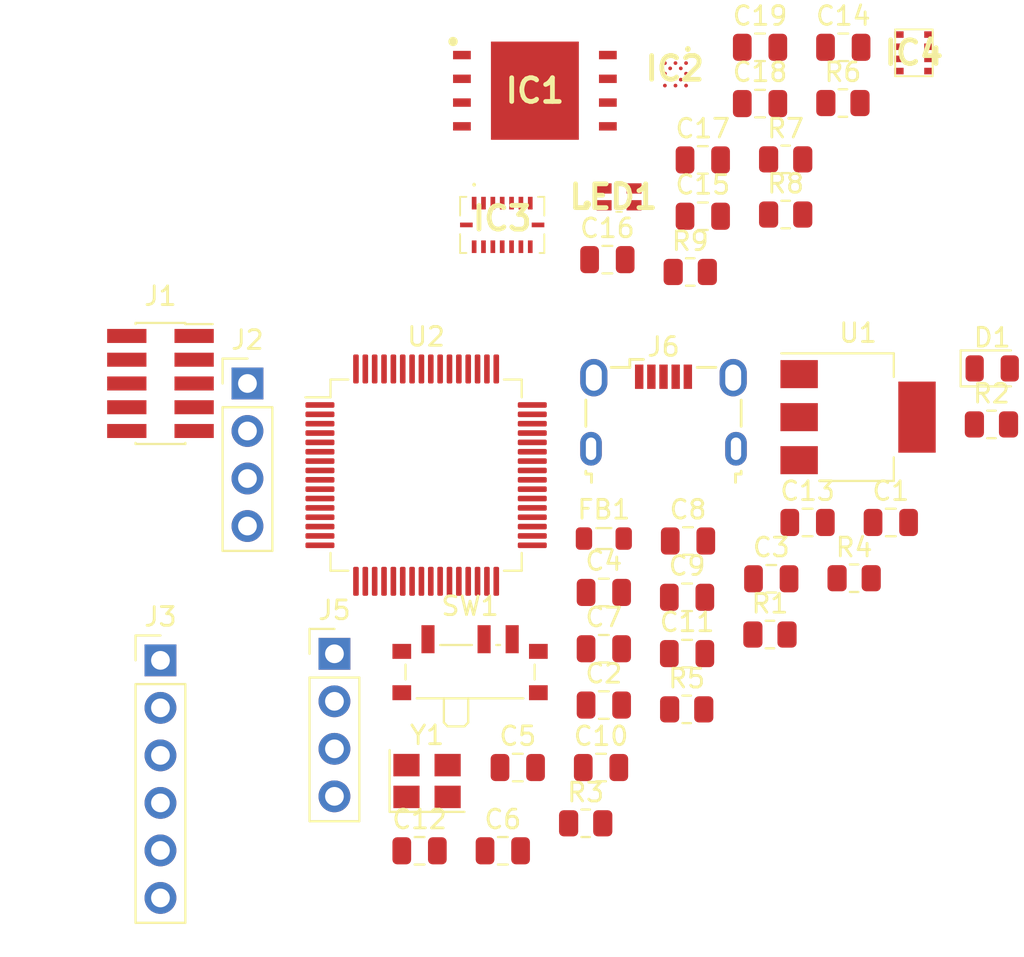
<source format=kicad_pcb>
(kicad_pcb (version 20211014) (generator pcbnew)
  (layers (0 "F.Cu" signal) (31 "B.Cu" signal) (34 "B.Paste" user) (35 "F.Paste" user) (36 "B.SilkS" user "B.Silkscreen") (37 "F.SilkS" user "F.Silkscreen") (38 "B.Mask" user) (39 "F.Mask" user) (44 "Edge.Cuts" user))
  (net 0 "")
  (net 1 "VBUS")
  (net 2 "GND")
  (net 3 "+3V3")
  (net 4 "Net-(C8-Pad1)")
  (net 5 "/RCC_OSC_IN")
  (net 6 "/RCC_OSC_OUT")
  (net 7 "+3.3VA")
  (net 8 "/PWR_LED_K")
  (net 9 "/UART4_RX")
  (net 10 "/UART4_TX")
  (net 11 "/USB_D-")
  (net 12 "/USB_D+")
  (net 15 "/SW_BOOT0")
  (net 16 "/BOOT0")
  (net 24 "SPI1_!CS_FLASH")
  (net 25 "SPI1_MISO")
  (net 26 "FLASH!WP")
  (net 27 "SPI1_MOSI")
  (net 28 "SPI1_SCK")
  (net 29 "FLASH_!HOLD")
  (net 31 "SPI1_!CS_MAG")
  (net 32 "INT_MAG")
  (net 48 "SPI1_!NCS_GYRO")
  (net 49 "INT_GYRO")
  (net 54 "SPI1_!NCS_ACC")
  (net 55 "INT_ACC")
  (net 56 "SPI1_!CS_BARO")
  (net 57 "SYS_JTMS-SWDIO")
  (net 58 "SYS_JTCK-SWCLK")
  (net 59 "SYS_JTDO_SWO")
  (net 62 "NRST")
  (net 63 "UART4_TX")
  (net 64 "UART4_RX")
  (net 65 "SPI3_!CS")
  (net 66 "SPI3_MOSI")
  (net 67 "SPI3_MISO")
  (net 68 "SPI3_SCK")
  (net 69 "Net-(LED1-Pad1)")
  (net 70 "Net-(LED1-Pad2)")
  (net 71 "Net-(LED1-Pad3)")
  (net 72 "TIM2_CH3")
  (net 73 "TIM2_CH4")
  (net 74 "TIM2_CH2")
  (footprint "Button_Switch_SMD:SW_SPDT_PCM12" (layer "F.Cu") (at 145.15 101.65)
    (fp_text reference "SW1" (at 0 -3.2) (layer "F.SilkS"))
    (fp_text value "SW_SPDT")
    (fp_line (start -0.1 3.02) (end -0.3 3.23) (layer "F.SilkS") (width 0.12))
    (fp_line (start -2.85 1.73) (end 2.85 1.73) (layer "F.SilkS") (width 0.12))
    (fp_line (start -3.45 -0.07) (end -3.45 0.72) (layer "F.SilkS") (width 0.12))
    (fp_line (start 3.45 0.72) (end 3.45 -0.07) (layer "F.SilkS") (width 0.12))
    (fp_line (start -1.2 3.23) (end -0.3 3.23) (layer "F.SilkS") (width 0.12))
    (fp_line (start 1.4 -1.12) (end 1.6 -1.12) (layer "F.SilkS") (width 0.12))
    (fp_line (start -1.4 3.02) (end -1.2 3.23) (layer "F.SilkS") (width 0.12))
    (fp_line (start -0.1 3.02) (end -0.1 1.73) (layer "F.SilkS") (width 0.12))
    (fp_line (start -1.4 1.73) (end -1.4 3.02) (layer "F.SilkS") (width 0.12))
    (fp_line (start -1.6 -1.12) (end 0.1 -1.12) (layer "F.SilkS") (width 0.12))
    (pad "" np_thru_hole circle (at 1.5 0.33) (size 0.9 0.9) (drill 0.9) (layers *.Cu *.Mask))
    (pad "" smd rect (at 3.65 1.43) (size 1 0.8) (layers "F.Cu" "F.Paste" "F.Mask"))
    (pad "" smd rect (at -3.65 -0.78) (size 1 0.8) (layers "F.Cu" "F.Paste" "F.Mask"))
    (pad "" np_thru_hole circle (at -1.5 0.33) (size 0.9 0.9) (drill 0.9) (layers *.Cu *.Mask))
    (pad "" smd rect (at 3.65 -0.78) (size 1 0.8) (layers "F.Cu" "F.Paste" "F.Mask"))
    (pad "" smd rect (at -3.65 1.43) (size 1 0.8) (layers "F.Cu" "F.Paste" "F.Mask"))
    (pad "1" smd rect (at -2.25 -1.43) (size 0.7 1.5) (layers "F.Cu" "F.Paste" "F.Mask") (net 3 "+3V3"))
    (pad "2" smd rect (at 0.75 -1.43) (size 0.7 1.5) (layers "F.Cu" "F.Paste" "F.Mask") (net 15 "/SW_BOOT0"))
    (pad "3" smd rect (at 2.25 -1.43) (size 0.7 1.5) (layers "F.Cu" "F.Paste" "F.Mask") (net 2 "GND"))
  )
  (footprint "SamacSys_Parts:19237R6GHBHCA012T" (layer "F.Cu") (at 153.115 76.575)
    (fp_text reference "LED1" (at -0.3 0) (layer "F.SilkS") (effects (font (size 1.27 1.27) (thickness 0.254))))
    (fp_text value "19-237_R6GHBHC-A01_2T" hide)
    (fp_line (start -1.7 0.3) (end -1.7 0.3) (layer "F.SilkS") (width 0.2))
    (fp_line (start -1.7 0.5) (end -1.7 0.5) (layer "F.SilkS") (width 0.2))
    (fp_line (start -0.15 -0.8) (end 0.15 -0.8) (layer "F.SilkS") (width 0.1))
    (fp_line (start -0.15 0.8) (end 0.15 0.8) (layer "F.SilkS") (width 0.1))
    (fp_arc (start -1.7 0.3) (mid -1.6 0.4) (end -1.7 0.5) (layer "F.SilkS") (width 0.2))
    (fp_arc (start -1.7 0.5) (mid -1.8 0.4) (end -1.7 0.3) (layer "F.SilkS") (width 0.2))
    (pad "1" smd rect locked (at -0.8 0.45 90) (size 0.55 0.8) (layers "F.Cu" "F.Paste" "F.Mask") (net 69 "Net-(LED1-Pad1)"))
    (pad "2" smd rect locked (at -0.8 -0.45 90) (size 0.55 0.8) (layers "F.Cu" "F.Paste" "F.Mask") (net 70 "Net-(LED1-Pad2)"))
    (pad "3" smd rect locked (at 0.8 -0.45 90) (size 0.55 0.8) (layers "F.Cu" "F.Paste" "F.Mask") (net 71 "Net-(LED1-Pad3)"))
    (pad "4" smd rect locked (at 0.8 0.45 90) (size 0.55 0.8) (layers "F.Cu" "F.Paste" "F.Mask") (net 3 "+3V3"))
  )
  (footprint "Resistor_SMD:R_0805_2012Metric" (layer "F.Cu") (at 162.02 74.57)
    (fp_text reference "R7" (at 0 -1.65) (layer "F.SilkS"))
    (fp_text value "R")
    (fp_line (start -0.227064 0.735) (end 0.227064 0.735) (layer "F.SilkS") (width 0.12))
    (fp_line (start -0.227064 -0.735) (end 0.227064 -0.735) (layer "F.SilkS") (width 0.12))
    (pad "1" smd roundrect (at -0.9125 0) (size 1.025 1.4) (layers "F.Cu" "F.Paste" "F.Mask") (roundrect_rratio 0.243902) (net 72 "TIM2_CH3"))
    (pad "2" smd roundrect (at 0.9125 0) (size 1.025 1.4) (layers "F.Cu" "F.Paste" "F.Mask") (roundrect_rratio 0.243902) (net 70 "Net-(LED1-Pad2)"))
  )
  (footprint "Package_TO_SOT_SMD:SOT-223-3_TabPin2" (layer "F.Cu") (at 165.89 88.35)
    (fp_text reference "U1" (at 0 -4.5) (layer "F.SilkS"))
    (fp_text value "AMS1117-3.3")
    (fp_line (start 1.91 -3.41) (end 1.91 -2.15) (layer "F.SilkS") (width 0.12))
    (fp_line (start -1.85 3.41) (end 1.91 3.41) (layer "F.SilkS") (width 0.12))
    (fp_line (start 1.91 3.41) (end 1.91 2.15) (layer "F.SilkS") (width 0.12))
    (fp_line (start -4.1 -3.41) (end 1.91 -3.41) (layer "F.SilkS") (width 0.12))
    (pad "1" smd rect (at -3.15 -2.3) (size 2 1.5) (layers "F.Cu" "F.Paste" "F.Mask") (net 2 "GND"))
    (pad "2" smd rect (at 3.15 0) (size 2 3.8) (layers "F.Cu" "F.Paste" "F.Mask") (net 3 "+3V3"))
    (pad "2" smd rect (at -3.15 0) (size 2 1.5) (layers "F.Cu" "F.Paste" "F.Mask") (net 3 "+3V3"))
    (pad "3" smd rect (at -3.15 2.3) (size 2 1.5) (layers "F.Cu" "F.Paste" "F.Mask") (net 1 "VBUS"))
  )
  (footprint "Package_QFP:LQFP-64_10x10mm_P0.5mm" (layer "F.Cu") (at 142.8 91.45)
    (fp_text reference "U2" (at 0 -7.4) (layer "F.SilkS"))
    (fp_text value "STM32F405RGT6")
    (fp_line (start -5.11 -5.11) (end -5.11 -4.16) (layer "F.SilkS") (width 0.12))
    (fp_line (start 5.11 5.11) (end 5.11 4.16) (layer "F.SilkS") (width 0.12))
    (fp_line (start -4.16 -5.11) (end -5.11 -5.11) (layer "F.SilkS") (width 0.12))
    (fp_line (start -4.16 5.11) (end -5.11 5.11) (layer "F.SilkS") (width 0.12))
    (fp_line (start -5.11 5.11) (end -5.11 4.16) (layer "F.SilkS") (width 0.12))
    (fp_line (start 5.11 -5.11) (end 5.11 -4.16) (layer "F.SilkS") (width 0.12))
    (fp_line (start 4.16 -5.11) (end 5.11 -5.11) (layer "F.SilkS") (width 0.12))
    (fp_line (start 4.16 5.11) (end 5.11 5.11) (layer "F.SilkS") (width 0.12))
    (fp_line (start -5.11 -4.16) (end -6.45 -4.16) (layer "F.SilkS") (width 0.12))
    (pad "1" smd roundrect (at -5.675 -3.75) (size 1.55 0.3) (layers "F.Cu" "F.Paste" "F.Mask") (net 3 "+3V3"))
    (pad "2" smd roundrect (at -5.675 -3.25) (size 1.55 0.3) (layers "F.Cu" "F.Paste" "F.Mask"))
    (pad "3" smd roundrect (at -5.675 -2.75) (size 1.55 0.3) (layers "F.Cu" "F.Paste" "F.Mask"))
    (pad "4" smd roundrect (at -5.675 -2.25) (size 1.55 0.3) (layers "F.Cu" "F.Paste" "F.Mask"))
    (pad "5" smd roundrect (at -5.675 -1.75) (size 1.55 0.3) (layers "F.Cu" "F.Paste" "F.Mask") (net 5 "/RCC_OSC_IN"))
    (pad "6" smd roundrect (at -5.675 -1.25) (size 1.55 0.3) (layers "F.Cu" "F.Paste" "F.Mask") (net 6 "/RCC_OSC_OUT"))
    (pad "7" smd roundrect (at -5.675 -0.75) (size 1.55 0.3) (layers "F.Cu" "F.Paste" "F.Mask") (net 62 "NRST"))
    (pad "8" smd roundrect (at -5.675 -0.25) (size 1.55 0.3) (layers "F.Cu" "F.Paste" "F.Mask"))
    (pad "9" smd roundrect (at -5.675 0.25) (size 1.55 0.3) (layers "F.Cu" "F.Paste" "F.Mask"))
    (pad "10" smd roundrect (at -5.675 0.75) (size 1.55 0.3) (layers "F.Cu" "F.Paste" "F.Mask"))
    (pad "11" smd roundrect (at -5.675 1.25) (size 1.55 0.3) (layers "F.Cu" "F.Paste" "F.Mask"))
    (pad "12" smd roundrect (at -5.675 1.75) (size 1.55 0.3) (layers "F.Cu" "F.Paste" "F.Mask") (net 2 "GND"))
    (pad "13" smd roundrect (at -5.675 2.25) (size 1.55 0.3) (layers "F.Cu" "F.Paste" "F.Mask") (net 7 "+3.3VA"))
    (pad "14" smd roundrect (at -5.675 2.75) (size 1.55 0.3) (layers "F.Cu" "F.Paste" "F.Mask") (net 63 "UART4_TX"))
    (pad "15" smd roundrect (at -5.675 3.25) (size 1.55 0.3) (layers "F.Cu" "F.Paste" "F.Mask") (net 74 "TIM2_CH2"))
    (pad "16" smd roundrect (at -5.675 3.75) (size 1.55 0.3) (layers "F.Cu" "F.Paste" "F.Mask") (net 72 "TIM2_CH3"))
    (pad "17" smd roundrect (at -3.75 5.675) (size 0.3 1.55) (layers "F.Cu" "F.Paste" "F.Mask") (net 73 "TIM2_CH4"))
    (pad "18" smd roundrect (at -3.25 5.675) (size 0.3 1.55) (layers "F.Cu" "F.Paste" "F.Mask") (net 2 "GND"))
    (pad "19" smd roundrect (at -2.75 5.675) (size 0.3 1.55) (layers "F.Cu" "F.Paste" "F.Mask") (net 3 "+3V3"))
    (pad "20" smd roundrect (at -2.25 5.675) (size 0.3 1.55) (layers "F.Cu" "F.Paste" "F.Mask") (net 54 "SPI1_!NCS_ACC"))
    (pad "21" smd roundrect (at -1.75 5.675) (size 0.3 1.55) (layers "F.Cu" "F.Paste" "F.Mask") (net 28 "SPI1_SCK"))
    (pad "22" smd roundrect (at -1.25 5.675) (size 0.3 1.55) (layers "F.Cu" "F.Paste" "F.Mask") (net 25 "SPI1_MISO"))
    (pad "23" smd roundrect (at -0.75 5.675) (size 0.3 1.55) (layers "F.Cu" "F.Paste" "F.Mask") (net 27 "SPI1_MOSI"))
    (pad "24" smd roundrect (at -0.25 5.675) (size 0.3 1.55) (layers "F.Cu" "F.Paste" "F.Mask") (net 48 "SPI1_!NCS_GYRO"))
    (pad "25" smd roundrect (at 0.25 5.675) (size 0.3 1.55) (layers "F.Cu" "F.Paste" "F.Mask") (net 55 "INT_ACC"))
    (pad "26" smd roundrect (at 0.75 5.675) (size 0.3 1.55) (layers "F.Cu" "F.Paste" "F.Mask") (net 49 "INT_GYRO"))
    (pad "27" smd roundrect (at 1.25 5.675) (size 0.3 1.55) (layers "F.Cu" "F.Paste" "F.Mask") (net 31 "SPI1_!CS_MAG"))
    (pad "28" smd roundrect (at 1.75 5.675) (size 0.3 1.55) (layers "F.Cu" "F.Paste" "F.Mask") (net 32 "INT_MAG"))
    (pad "29" smd roundrect (at 2.25 5.675) (size 0.3 1.55) (layers "F.Cu" "F.Paste" "F.Mask") (net 56 "SPI1_!CS_BARO"))
    (pad "30" smd roundrect (at 2.75 5.675) (size 0.3 1.55) (layers "F.Cu" "F.Paste" "F.Mask"))
    (pad "31" smd roundrect (at 3.25 5.675) (size 0.3 1.55) (layers "F.Cu" "F.Paste" "F.Mask"))
    (pad "32" smd roundrect (at 3.75 5.675) (size 0.3 1.55) (layers "F.Cu" "F.Paste" "F.Mask") (net 3 "+3V3"))
    (pad "33" smd roundrect (at 5.675 3.75) (size 1.55 0.3) (layers "F.Cu" "F.Paste" "F.Mask"))
    (pad "34" smd roundrect (at 5.675 3.25) (size 1.55 0.3) (layers "F.Cu" "F.Paste" "F.Mask"))
    (pad "35" smd roundrect (at 5.675 2.75) (size 1.55 0.3) (layers "F.Cu" "F.Paste" "F.Mask"))
    (pad "36" smd roundrect (at 5.675 2.25) (size 1.55 0.3) (layers "F.Cu" "F.Paste" "F.Mask"))
    (pad "37" smd roundrect (at 5.675 1.75) (size 1.55 0.3) (layers "F.Cu" "F.Paste" "F.Mask") (net 26 "FLASH!WP"))
    (pad "38" smd roundrect (at 5.675 1.25) (size 1.55 0.3) (layers "F.Cu" "F.Paste" "F.Mask") (net 29 "FLASH_!HOLD"))
    (pad "39" smd roundrect (at 5.675 0.75) (size 1.55 0.3) (layers "F.Cu" "F.Paste" "F.Mask"))
    (pad "40" smd roundrect (at 5.675 0.25) (size 1.55 0.3) (layers "F.Cu" "F.Paste" "F.Mask"))
    (pad "41" smd roundrect (at 5.675 -0.25) (size 1.55 0.3) (layers "F.Cu" "F.Paste" "F.Mask") (net 24 "SPI1_!CS_FLASH"))
    (pad "42" smd roundrect (at 5.675 -0.75) (size 1.55 0.3) (layers "F.Cu" "F.Paste" "F.Mask"))
    (pad "43" smd roundrect (at 5.675 -1.25) (size 1.55 0.3) (layers "F.Cu" "F.Paste" "F.Mask"))
    (pad "44" smd roundrect (at 5.675 -1.75) (size 1.55 0.3) (layers "F.Cu" "F.Paste" "F.Mask") (net 11 "/USB_D-"))
    (pad "45" smd roundrect (at 5.675 -2.25) (size 1.55 0.3) (layers "F.Cu" "F.Paste" "F.Mask") (net 12 "/USB_D+"))
    (pad "46" smd roundrect (at 5.675 -2.75) (size 1.55 0.3) (layers "F.Cu" "F.Paste" "F.Mask") (net 57 "SYS_JTMS-SWDIO"))
    (pad "47" smd roundrect (at 5.675 -3.25) (size 1.55 0.3) (layers "F.Cu" "F.Paste" "F.Mask"))
    (pad "48" smd roundrect (at 5.675 -3.75) (size 1.55 0.3) (layers "F.Cu" "F.Paste" "F.Mask") (net 3 "+3V3"))
    (pad "49" smd roundrect (at 3.75 -5.675) (size 0.3 1.55) (layers "F.Cu" "F.Paste" "F.Mask") (net 58 "SYS_JTCK-SWCLK"))
    (pad "50" smd roundrect (at 3.25 -5.675) (size 0.3 1.55) (layers "F.Cu" "F.Paste" "F.Mask"))
    (pad "51" smd roundrect (at 2.75 -5.675) (size 0.3 1.55) (layers "F.Cu" "F.Paste" "F.Mask") (net 68 "SPI3_SCK"))
    (pad "52" smd roundrect (at 2.25 -5.675) (size 0.3 1.55) (layers "F.Cu" "F.Paste" "F.Mask") (net 64 "UART4_RX"))
    (pad "53" smd roundrect (at 1.75 -5.675) (size 0.3 1.55) (layers "F.Cu" "F.Paste" "F.Mask") (net 66 "SPI3_MOSI"))
    (pad "54" smd roundrect (at 1.25 -5.675) (size 0.3 1.55) (layers "F.Cu" "F.Paste" "F.Mask") (net 65 "SPI3_!CS"))
    (pad "55" smd roundrect (at 0.75 -5.675) (size 0.3 1.55) (layers "F.Cu" "F.Paste" "F.Mask") (net 59 "SYS_JTDO_SWO"))
    (pad "56" smd roundrect (at 0.25 -5.675) (size 0.3 1.55) (layers "F.Cu" "F.Paste" "F.Mask") (net 67 "SPI3_MISO"))
    (pad "57" smd roundrect (at -0.25 -5.675) (size 0.3 1.55) (layers "F.Cu" "F.Paste" "F.Mask"))
    (pad "58" smd roundrect (at -0.75 -5.675) (size 0.3 1.55) (layers "F.Cu" "F.Paste" "F.Mask"))
    (pad "59" smd roundrect (at -1.25 -5.675) (size 0.3 1.55) (layers "F.Cu" "F.Paste" "F.Mask"))
    (pad "60" smd roundrect (at -1.75 -5.675) (size 0.3 1.55) (layers "F.Cu" "F.Paste" "F.Mask") (net 16 "/BOOT0"))
    (pad "61" smd roundrect (at -2.25 -5.675) (size 0.3 1.55) (layers "F.Cu" "F.Paste" "F.Mask"))
    (pad "62" smd roundrect (at -2.75 -5.675) (size 0.3 1.55) (layers "F.Cu" "F.Paste" "F.Mask"))
    (pad "63" smd roundrect (at -3.25 -5.675) (size 0.3 1.55) (layers "F.Cu" "F.Paste" "F.Mask") (net 2 "GND"))
    (pad "64" smd roundrect (at -3.75 -5.675) (size 0.3 1.55) (layers "F.Cu" "F.Paste" "F.Mask") (net 3 "+3V3"))
  )
  (footprint "Capacitor_SMD:C_0805_2012Metric" (layer "F.Cu") (at 152.3 100.73)
    (fp_text reference "C7" (at 0 -1.68) (layer "F.SilkS"))
    (fp_text value "100n")
    (fp_line (start -0.261252 -0.735) (end 0.261252 -0.735) (layer "F.SilkS") (width 0.12))
    (fp_line (start -0.261252 0.735) (end 0.261252 0.735) (layer "F.SilkS") (width 0.12))
    (pad "1" smd roundrect (at -0.95 0) (size 1 1.45) (layers "F.Cu" "F.Paste" "F.Mask") (net 3 "+3V3"))
    (pad "2" smd roundrect (at 0.95 0) (size 1 1.45) (layers "F.Cu" "F.Paste" "F.Mask") (net 2 "GND"))
  )
  (footprint "LED_SMD:LED_0805_2012Metric" (layer "F.Cu") (at 173.06 85.745)
    (fp_text reference "D1" (at 0 -1.65) (layer "F.SilkS"))
    (fp_text value "RED")
    (fp_line (start -1.685 -0.96) (end -1.685 0.96) (layer "F.SilkS") (width 0.12))
    (fp_line (start 1 -0.96) (end -1.685 -0.96) (layer "F.SilkS") (width 0.12))
    (fp_line (start -1.685 0.96) (end 1 0.96) (layer "F.SilkS") (width 0.12))
    (pad "1" smd roundrect (at -0.9375 0) (size 0.975 1.4) (layers "F.Cu" "F.Paste" "F.Mask") (net 8 "/PWR_LED_K"))
    (pad "2" smd roundrect (at 0.9375 0) (size 0.975 1.4) (layers "F.Cu" "F.Paste" "F.Mask") (net 3 "+3V3"))
  )
  (footprint "Resistor_SMD:R_0805_2012Metric" (layer "F.Cu") (at 165.08 71.56)
    (fp_text reference "R6" (at 0 -1.65) (layer "F.SilkS"))
    (fp_text value "47")
    (fp_line (start -0.227064 0.735) (end 0.227064 0.735) (layer "F.SilkS") (width 0.12))
    (fp_line (start -0.227064 -0.735) (end 0.227064 -0.735) (layer "F.SilkS") (width 0.12))
    (pad "1" smd roundrect (at -0.9125 0) (size 1.025 1.4) (layers "F.Cu" "F.Paste" "F.Mask") (roundrect_rratio 0.243902) (net 4 "Net-(C8-Pad1)"))
    (pad "2" smd roundrect (at 0.9125 0) (size 1.025 1.4) (layers "F.Cu" "F.Paste" "F.Mask") (roundrect_rratio 0.243902) (net 6 "/RCC_OSC_OUT"))
  )
  (footprint "Resistor_SMD:R_0805_2012Metric" (layer "F.Cu") (at 151.33 110.06)
    (fp_text reference "R3" (at 0 -1.65) (layer "F.SilkS"))
    (fp_text value "10K")
    (fp_line (start -0.227064 -0.735) (end 0.227064 -0.735) (layer "F.SilkS") (width 0.12))
    (fp_line (start -0.227064 0.735) (end 0.227064 0.735) (layer "F.SilkS") (width 0.12))
    (pad "1" smd roundrect (at -0.9125 0) (size 1.025 1.4) (layers "F.Cu" "F.Paste" "F.Mask") (roundrect_rratio 0.243902) (net 26 "FLASH!WP"))
    (pad "2" smd roundrect (at 0.9125 0) (size 1.025 1.4) (layers "F.Cu" "F.Paste" "F.Mask") (roundrect_rratio 0.243902) (net 3 "+3V3"))
  )
  (footprint "Capacitor_SMD:C_0805_2012Metric" (layer "F.Cu") (at 165.1 68.58)
    (fp_text reference "C14" (at 0 -1.68) (layer "F.SilkS"))
    (fp_text value "100n")
    (fp_line (start -0.261252 -0.735) (end 0.261252 -0.735) (layer "F.SilkS") (width 0.12))
    (fp_line (start -0.261252 0.735) (end 0.261252 0.735) (layer "F.SilkS") (width 0.12))
    (pad "1" smd roundrect (at -0.95 0) (size 1 1.45) (layers "F.Cu" "F.Paste" "F.Mask") (net 3 "+3V3"))
    (pad "2" smd roundrect (at 0.95 0) (size 1 1.45) (layers "F.Cu" "F.Paste" "F.Mask") (net 2 "GND"))
  )
  (footprint "Capacitor_SMD:C_0805_2012Metric" (layer "F.Cu") (at 147.7 107.08)
    (fp_text reference "C5" (at 0 -1.68) (layer "F.SilkS"))
    (fp_text value "10p")
    (fp_line (start -0.261252 0.735) (end 0.261252 0.735) (layer "F.SilkS") (width 0.12))
    (fp_line (start -0.261252 -0.735) (end 0.261252 -0.735) (layer "F.SilkS") (width 0.12))
    (pad "1" smd roundrect (at -0.95 0) (size 1 1.45) (layers "F.Cu" "F.Paste" "F.Mask") (net 5 "/RCC_OSC_IN"))
    (pad "2" smd roundrect (at 0.95 0) (size 1 1.45) (layers "F.Cu" "F.Paste" "F.Mask") (net 2 "GND"))
  )
  (footprint "Connector_PinHeader_2.54mm:PinHeader_1x04_P2.54mm_Vertical" (layer "F.Cu") (at 137.9 101)
    (fp_text reference "J5" (at 0 -2.33) (layer "F.SilkS"))
    (fp_text value "Conn_01x04_Male")
    (fp_line (start -1.33 0) (end -1.33 -1.33) (layer "F.SilkS") (width 0.12))
    (fp_line (start 1.33 1.27) (end 1.33 8.95) (layer "F.SilkS") (width 0.12))
    (fp_line (start -1.33 8.95) (end 1.33 8.95) (layer "F.SilkS") (width 0.12))
    (fp_line (start -1.33 -1.33) (end 0 -1.33) (layer "F.SilkS") (width 0.12))
    (fp_line (start -1.33 1.27) (end 1.33 1.27) (layer "F.SilkS") (width 0.12))
    (fp_line (start -1.33 1.27) (end -1.33 8.95) (layer "F.SilkS") (width 0.12))
    (pad "1" thru_hole rect (at 0 0) (size 1.7 1.7) (drill 1) (layers *.Cu *.Mask) (net 3 "+3V3"))
    (pad "2" thru_hole oval (at 0 2.54) (size 1.7 1.7) (drill 1) (layers *.Cu *.Mask) (net 9 "/UART4_RX"))
    (pad "3" thru_hole oval (at 0 5.08) (size 1.7 1.7) (drill 1) (layers *.Cu *.Mask) (net 10 "/UART4_TX"))
    (pad "4" thru_hole oval (at 0 7.62) (size 1.7 1.7) (drill 1) (layers *.Cu *.Mask) (net 2 "GND"))
  )
  (footprint "Capacitor_SMD:C_0805_2012Metric" (layer "F.Cu") (at 160.65 68.58)
    (fp_text reference "C19" (at 0 -1.68) (layer "F.SilkS"))
    (fp_text value "100n")
    (fp_line (start -0.261252 0.735) (end 0.261252 0.735) (layer "F.SilkS") (width 0.12))
    (fp_line (start -0.261252 -0.735) (end 0.261252 -0.735) (layer "F.SilkS") (width 0.12))
    (pad "1" smd roundrect (at -0.95 0) (size 1 1.45) (layers "F.Cu" "F.Paste" "F.Mask") (net 3 "+3V3"))
    (pad "2" smd roundrect (at 0.95 0) (size 1 1.45) (layers "F.Cu" "F.Paste" "F.Mask") (net 2 "GND"))
  )
  (footprint "Connector_PinSocket_1.27mm:PinSocket_2x05_P1.27mm_Vertical_SMD" (layer "F.Cu") (at 128.6 86.55)
    (fp_text reference "J1" (at 0 -4.675) (layer "F.SilkS"))
    (fp_text value "Conn_02x05_Odd_Even")
    (fp_line (start -1.33 -3.235) (end 1.33 -3.235) (layer "F.SilkS") (width 0.12))
    (fp_line (start 1.33 -3.175) (end 2.79 -3.175) (layer "F.SilkS") (width 0.12))
    (fp_line (start -1.33 3.235) (end 1.33 3.235) (layer "F.SilkS") (width 0.12))
    (fp_line (start 1.33 3.175) (end 1.33 3.235) (layer "F.SilkS") (width 0.12))
    (fp_line (start -1.33 -3.235) (end -1.33 -3.175) (layer "F.SilkS") (width 0.12))
    (fp_line (start 1.33 -3.235) (end 1.33 -3.175) (layer "F.SilkS") (width 0.12))
    (fp_line (start -1.33 3.175) (end -1.33 3.235) (layer "F.SilkS") (width 0.12))
    (pad "1" smd rect (at 1.8 -2.54) (size 2.1 0.75) (layers "F.Cu" "F.Paste" "F.Mask") (net 3 "+3V3"))
    (pad "2" smd rect (at -1.8 -2.54) (size 2.1 0.75) (layers "F.Cu" "F.Paste" "F.Mask") (net 57 "SYS_JTMS-SWDIO"))
    (pad "3" smd rect (at 1.8 -1.27) (size 2.1 0.75) (layers "F.Cu" "F.Paste" "F.Mask") (net 2 "GND"))
    (pad "4" smd rect (at -1.8 -1.27) (size 2.1 0.75) (layers "F.Cu" "F.Paste" "F.Mask") (net 58 "SYS_JTCK-SWCLK"))
    (pad "5" smd rect (at 1.8 0) (size 2.1 0.75) (layers "F.Cu" "F.Paste" "F.Mask") (net 2 "GND"))
    (pad "6" smd rect (at -1.8 0) (size 2.1 0.75) (layers "F.Cu" "F.Paste" "F.Mask") (net 59 "SYS_JTDO_SWO"))
    (pad "7" smd rect (at 1.8 1.27) (size 2.1 0.75) (layers "F.Cu" "F.Paste" "F.Mask"))
    (pad "8" smd rect (at -1.8 1.27) (size 2.1 0.75) (layers "F.Cu" "F.Paste" "F.Mask"))
    (pad "9" smd rect (at 1.8 2.54) (size 2.1 0.75) (layers "F.Cu" "F.Paste" "F.Mask") (net 2 "GND"))
    (pad "10" smd rect (at -1.8 2.54) (size 2.1 0.75) (layers "F.Cu" "F.Paste" "F.Mask") (net 62 "NRST"))
  )
  (footprint "Connector_USB:USB_Micro-B_Wuerth_629105150521" (layer "F.Cu") (at 155.49 88.09)
    (fp_text reference "J6" (at 0 -3.5) (layer "F.SilkS"))
    (fp_text value "USB_B_Micro")
    (fp_line (start -1.8 -2.825) (end -1.8 -2.4) (layer "F.SilkS") (width 0.15))
    (fp_line (start -4.15 3.3) (end -3.85 3.3) (layer "F.SilkS") (width 0.15))
    (fp_line (start -3.85 3.3) (end -3.85 3.75) (layer "F.SilkS") (width 0.15))
    (fp_line (start -4.15 3.15) (end -4.15 3.3) (layer "F.SilkS") (width 0.15))
    (fp_line (start 3.85 3.75) (end 3.85 3.3) (layer "F.SilkS") (width 0.15))
    (fp_line (start -4.15 -0.65) (end -4.15 0.75) (layer "F.SilkS") (width 0.15))
    (fp_line (start 1.8 -2.4) (end 2.8 -2.4) (layer "F.SilkS") (width 0.15))
    (fp_line (start 4.15 0.75) (end 4.15 -0.65) (layer "F.SilkS") (width 0.15))
    (fp_line (start 3.85 3.3) (end 4.15 3.3) (layer "F.SilkS") (width 0.15))
    (fp_line (start 4.15 3.3) (end 4.15 3.15) (layer "F.SilkS") (width 0.15))
    (fp_line (start -1.8 -2.4) (end -2.8 -2.4) (layer "F.SilkS") (width 0.15))
    (fp_line (start -1.075 -2.825) (end -1.8 -2.825) (layer "F.SilkS") (width 0.15))
    (pad "" np_thru_hole oval (at 2.5 -0.8) (size 0.8 0.8) (drill 0.8) (layers *.Cu *.Mask))
    (pad "" np_thru_hole oval (at -2.5 -0.8) (size 0.8 0.8) (drill 0.8) (layers *.Cu *.Mask))
    (pad "1" smd rect (at -1.3 -1.9) (size 0.45 1.3) (layers "F.Cu" "F.Paste" "F.Mask") (net 1 "VBUS"))
    (pad "2" smd rect (at -0.65 -1.9) (size 0.45 1.3) (layers "F.Cu" "F.Paste" "F.Mask") (net 11 "/USB_D-"))
    (pad "3" smd rect (at 0 -1.9) (size 0.45 1.3) (layers "F.Cu" "F.Paste" "F.Mask") (net 12 "/USB_D+"))
    (pad "4" smd rect (at 0.65 -1.9) (size 0.45 1.3) (layers "F.Cu" "F.Paste" "F.Mask"))
    (pad "5" smd rect (at 1.3 -1.9) (size 0.45 1.3) (layers "F.Cu" "F.Paste" "F.Mask") (net 2 "GND"))
    (pad "6" thru_hole oval (at 3.875 1.95) (size 1.15 1.8) (drill oval 0.55 1.2) (layers *.Cu *.Mask))
    (pad "6" thru_hole oval (at -3.725 -1.85) (size 1.45 2) (drill oval 0.85 1.4) (layers *.Cu *.Mask))
    (pad "6" thru_hole oval (at -3.875 1.95) (size 1.15 1.8) (drill oval 0.55 1.2) (layers *.Cu *.Mask))
    (pad "6" thru_hole oval (at 3.725 -1.85) (size 1.45 2) (drill oval 0.85 1.4) (layers *.Cu *.Mask))
  )
  (footprint "Capacitor_SMD:C_0805_2012Metric" (layer "F.Cu") (at 152.3 97.72)
    (fp_text reference "C4" (at 0 -1.68) (layer "F.SilkS"))
    (fp_text value "100n")
    (fp_line (start -0.261252 0.735) (end 0.261252 0.735) (layer "F.SilkS") (width 0.12))
    (fp_line (start -0.261252 -0.735) (end 0.261252 -0.735) (layer "F.SilkS") (width 0.12))
    (pad "1" smd roundrect (at -0.95 0) (size 1 1.45) (layers "F.Cu" "F.Paste" "F.Mask") (net 3 "+3V3"))
    (pad "2" smd roundrect (at 0.95 0) (size 1 1.45) (layers "F.Cu" "F.Paste" "F.Mask") (net 2 "GND"))
  )
  (footprint "Capacitor_SMD:C_0805_2012Metric" (layer "F.Cu") (at 156.8 94.97)
    (fp_text reference "C8" (at 0 -1.68) (layer "F.SilkS"))
    (fp_text value "10p")
    (fp_line (start -0.261252 0.735) (end 0.261252 0.735) (layer "F.SilkS") (width 0.12))
    (fp_line (start -0.261252 -0.735) (end 0.261252 -0.735) (layer "F.SilkS") (width 0.12))
    (pad "1" smd roundrect (at -0.95 0) (size 1 1.45) (layers "F.Cu" "F.Paste" "F.Mask") (net 4 "Net-(C8-Pad1)"))
    (pad "2" smd roundrect (at 0.95 0) (size 1 1.45) (layers "F.Cu" "F.Paste" "F.Mask") (net 2 "GND"))
  )
  (footprint "Resistor_SMD:R_0805_2012Metric" (layer "F.Cu") (at 165.68 96.96)
    (fp_text reference "R4" (at 0 -1.65) (layer "F.SilkS"))
    (fp_text value "10K")
    (fp_line (start -0.227064 0.735) (end 0.227064 0.735) (layer "F.SilkS") (width 0.12))
    (fp_line (start -0.227064 -0.735) (end 0.227064 -0.735) (layer "F.SilkS") (width 0.12))
    (pad "1" smd roundrect (at -0.9125 0) (size 1.025 1.4) (layers "F.Cu" "F.Paste" "F.Mask") (roundrect_rratio 0.243902) (net 3 "+3V3"))
    (pad "2" smd roundrect (at 0.9125 0) (size 1.025 1.4) (layers "F.Cu" "F.Paste" "F.Mask") (roundrect_rratio 0.243902) (net 29 "FLASH_!HOLD"))
  )
  (footprint "Capacitor_SMD:C_0805_2012Metric" (layer "F.Cu") (at 146.9 111.53)
    (fp_text reference "C6" (at 0 -1.68) (layer "F.SilkS"))
    (fp_text value "100n")
    (fp_line (start -0.261252 -0.735) (end 0.261252 -0.735) (layer "F.SilkS") (width 0.12))
    (fp_line (start -0.261252 0.735) (end 0.261252 0.735) (layer "F.SilkS") (width 0.12))
    (pad "1" smd roundrect (at -0.95 0) (size 1 1.45) (layers "F.Cu" "F.Paste" "F.Mask") (net 3 "+3V3"))
    (pad "2" smd roundrect (at 0.95 0) (size 1 1.45) (layers "F.Cu" "F.Paste" "F.Mask") (net 2 "GND"))
  )
  (footprint "SamacSys_Parts:SON127P800X600X80-9N-D" (layer "F.Cu") (at 148.615 70.9)
    (fp_text reference "IC1" (at 0 0) (layer "F.SilkS") (effects (font (size 1.27 1.27) (thickness 0.254))))
    (fp_text value "W25N01GVZEIG" hide)
    (fp_circle (center -4.375 -2.63) (end -4.375 -2.505) (layer "F.SilkS") (width 0.25) (fill none))
    (pad "1" smd rect locked (at -3.9 -1.905 90) (size 0.45 0.95) (layers "F.Cu" "F.Paste" "F.Mask") (net 24 "SPI1_!CS_FLASH"))
    (pad "2" smd rect locked (at -3.9 -0.635 90) (size 0.45 0.95) (layers "F.Cu" "F.Paste" "F.Mask") (net 25 "SPI1_MISO"))
    (pad "3" smd rect locked (at -3.9 0.635 90) (size 0.45 0.95) (layers "F.Cu" "F.Paste" "F.Mask") (net 26 "FLASH!WP"))
    (pad "4" smd rect locked (at -3.9 1.905 90) (size 0.45 0.95) (layers "F.Cu" "F.Paste" "F.Mask") (net 2 "GND"))
    (pad "5" smd rect locked (at 3.9 1.905 90) (size 0.45 0.95) (layers "F.Cu" "F.Paste" "F.Mask") (net 27 "SPI1_MOSI"))
    (pad "6" smd rect locked (at 3.9 0.635 90) (size 0.45 0.95) (layers "F.Cu" "F.Paste" "F.Mask") (net 28 "SPI1_SCK"))
    (pad "7" smd rect locked (at 3.9 -0.635 90) (size 0.45 0.95) (layers "F.Cu" "F.Paste" "F.Mask") (net 29 "FLASH_!HOLD"))
    (pad "8" smd rect locked (at 3.9 -1.905 90) (size 0.45 0.95) (layers "F.Cu" "F.Paste" "F.Mask") (net 3 "+3V3"))
    (pad "9" smd rect locked (at 0 0) (size 4.7 5.25) (layers "F.Cu" "F.Paste" "F.Mask") (net 2 "GND"))
  )
  (footprint "Connector_PinHeader_2.54mm:PinHeader_1x06_P2.54mm_Vertical" (layer "F.Cu") (at 128.6 101.35)
    (fp_text reference "J3" (at 0 -2.33) (layer "F.SilkS"))
    (fp_text value "Conn_01x06_Male")
    (fp_line (start -1.33 0) (end -1.33 -1.33) (layer "F.SilkS") (width 0.12))
    (fp_line (start -1.33 14.03) (end 1.33 14.03) (layer "F.SilkS") (width 0.12))
    (fp_line (start -1.33 1.27) (end -1.33 14.03) (layer "F.SilkS") (width 0.12))
    (fp_line (start -1.33 1.27) (end 1.33 1.27) (layer "F.SilkS") (width 0.12))
    (fp_line (start -1.33 -1.33) (end 0 -1.33) (layer "F.SilkS") (width 0.12))
    (fp_line (start 1.33 1.27) (end 1.33 14.03) (layer "F.SilkS") (width 0.12))
    (pad "1" thru_hole rect (at 0 0) (size 1.7 1.7) (drill 1) (layers *.Cu *.Mask) (net 2 "GND"))
    (pad "2" thru_hole oval (at 0 2.54) (size 1.7 1.7) (drill 1) (layers *.Cu *.Mask) (net 65 "SPI3_!CS"))
    (pad "3" thru_hole oval (at 0 5.08) (size 1.7 1.7) (drill 1) (layers *.Cu *.Mask) (net 66 "SPI3_MOSI"))
    (pad "4" thru_hole oval (at 0 7.62) (size 1.7 1.7) (drill 1) (layers *.Cu *.Mask) (net 67 "SPI3_MISO"))
    (pad "5" thru_hole oval (at 0 10.16) (size 1.7 1.7) (drill 1) (layers *.Cu *.Mask) (net 68 "SPI3_SCK"))
    (pad "6" thru_hole oval (at 0 12.7) (size 1.7 1.7) (drill 1) (layers *.Cu *.Mask) (net 3 "+3V3"))
  )
  (footprint "Capacitor_SMD:C_0805_2012Metric" (layer "F.Cu") (at 160.65 71.59)
    (fp_text reference "C18" (at 0 -1.68) (layer "F.SilkS"))
    (fp_text value "100n")
    (fp_line (start -0.261252 0.735) (end 0.261252 0.735) (layer "F.SilkS") (width 0.12))
    (fp_line (start -0.261252 -0.735) (end 0.261252 -0.735) (layer "F.SilkS") (width 0.12))
    (pad "1" smd roundrect (at -0.95 0) (size 1 1.45) (layers "F.Cu" "F.Paste" "F.Mask") (net 3 "+3V3"))
    (pad "2" smd roundrect (at 0.95 0) (size 1 1.45) (layers "F.Cu" "F.Paste" "F.Mask") (net 2 "GND"))
  )
  (footprint "SamacSys_Parts:BMI088" (layer "F.Cu") (at 146.867 78.075)
    (fp_text reference "IC3" (at 0 -0.349) (layer "F.SilkS") (effects (font (size 1.27 1.27) (thickness 0.254))))
    (fp_text value "BMI088" hide)
    (fp_line (start -1.5 -2.2) (end -1.5 -2.2) (layer "F.SilkS") (width 0.1))
    (fp_line (start -2.25 -0.5) (end -2.25 -1.5) (layer "F.SilkS") (width 0.1))
    (fp_line (start -1.915 1.5) (end -2.25 1.5) (layer "F.SilkS") (width 0.1))
    (fp_line (start 2.25 -1.5) (end 2.25 -0.5) (layer "F.SilkS") (width 0.1))
    (fp_line (start -1.5 -2.1) (end -1.5 -2.1) (layer "F.SilkS") (width 0.1))
    (fp_line (start 2 1.5) (end 2.25 1.5) (layer "F.SilkS") (width 0.1))
    (fp_line (start 2.25 1.5) (end 2.25 0.5) (layer "F.SilkS") (width 0.1))
    (fp_line (start 1.915 -1.5) (end 2.25 -1.5) (layer "F.SilkS") (width 0.1))
    (fp_line (start -2.25 -1.5) (end -1.915 -1.5) (layer "F.SilkS") (width 0.1))
    (fp_line (start -2.25 1.5) (end -2.25 0.5) (layer "F.SilkS") (width 0.1))
    (fp_line (start -2.25 0.5) (end -2.25 0.5) (layer "F.SilkS") (width 0.1))
    (fp_arc (start -1.5 -2.2) (mid -1.45 -2.15) (end -1.5 -2.1) (layer "F.SilkS") (width 0.1))
    (fp_arc (start -1.5 -2.1) (mid -1.55 -2.15) (end -1.5 -2.2) (layer "F.SilkS") (width 0.1))
    (pad "1" smd rect locked (at -1.5 -1.165) (size 0.25 0.675) (layers "F.Cu" "F.Paste" "F.Mask"))
    (pad "2" smd rect locked (at -1 -1.165) (size 0.25 0.675) (layers "F.Cu" "F.Paste" "F.Mask"))
    (pad "3" smd rect locked (at -0.5 -1.165) (size 0.25 0.675) (layers "F.Cu" "F.Paste" "F.Mask") (net 3 "+3V3"))
    (pad "4" smd rect locked (at 0 -1.165) (size 0.25 0.675) (layers "F.Cu" "F.Paste" "F.Mask") (net 2 "GND"))
    (pad "5" smd rect locked (at 0.5 -1.165) (size 0.25 0.675) (layers "F.Cu" "F.Paste" "F.Mask") (net 48 "SPI1_!NCS_GYRO"))
    (pad "6" smd rect locked (at 1 -1.165) (size 0.25 0.675) (layers "F.Cu" "F.Paste" "F.Mask") (net 2 "GND"))
    (pad "7" smd rect locked (at 1.5 -1.165) (size 0.25 0.675) (layers "F.Cu" "F.Paste" "F.Mask") (net 2 "GND"))
    (pad "8" smd rect locked (at 1.915 0 90) (size 0.25 0.675) (layers "F.Cu" "F.Paste" "F.Mask") (net 28 "SPI1_SCK"))
    (pad "9" smd rect locked (at 1.5 1.165) (size 0.25 0.675) (layers "F.Cu" "F.Paste" "F.Mask") (net 27 "SPI1_MOSI"))
    (pad "10" smd rect locked (at 1 1.165) (size 0.25 0.675) (layers "F.Cu" "F.Paste" "F.Mask") (net 25 "SPI1_MISO"))
    (pad "11" smd rect locked (at 0.5 1.165) (size 0.25 0.675) (layers "F.Cu" "F.Paste" "F.Mask") (net 3 "+3V3"))
    (pad "12" smd rect locked (at 0 1.165) (size 0.25 0.675) (layers "F.Cu" "F.Paste" "F.Mask") (net 49 "INT_GYRO"))
    (pad "13" smd rect locked (at -0.5 1.165) (size 0.25 0.675) (layers "F.Cu" "F.Paste" "F.Mask"))
    (pad "14" smd rect locked (at -1 1.165) (size 0.25 0.675) (layers "F.Cu" "F.Paste" "F.Mask") (net 54 "SPI1_!NCS_ACC"))
    (pad "15" smd rect locked (at -1.5 1.165) (size 0.25 0.675) (layers "F.Cu" "F.Paste" "F.Mask") (net 25 "SPI1_MISO"))
    (pad "16" smd rect locked (at -1.915 0 90) (size 0.25 0.675) (layers "F.Cu" "F.Paste" "F.Mask") (net 55 "INT_ACC"))
  )
  (footprint "Resistor_SMD:R_0805_2012Metric" (layer "F.Cu") (at 156.73 103.97)
    (fp_text reference "R5" (at 0 -1.65) (layer "F.SilkS"))
    (fp_text value "1k5")
    (fp_line (start -0.227064 0.735) (end 0.227064 0.735) (layer "F.SilkS") (width 0.12))
    (fp_line (start -0.227064 -0.735) (end 0.227064 -0.735) (layer "F.SilkS") (width 0.12))
    (pad "1" smd roundrect (at -0.9125 0) (size 1.025 1.4) (layers "F.Cu" "F.Paste" "F.Mask") (roundrect_rratio 0.243902) (net 12 "/USB_D+"))
    (pad "2" smd roundrect (at 0.9125 0) (size 1.025 1.4) (layers "F.Cu" "F.Paste" "F.Mask") (roundrect_rratio 0.243902) (net 3 "+3V3"))
  )
  (footprint "Capacitor_SMD:C_0805_2012Metric" (layer "F.Cu") (at 157.59 77.61)
    (fp_text reference "C15" (at 0 -1.68) (layer "F.SilkS"))
    (fp_text value "100n")
    (fp_line (start -0.261252 0.735) (end 0.261252 0.735) (layer "F.SilkS") (width 0.12))
    (fp_line (start -0.261252 -0.735) (end 0.261252 -0.735) (layer "F.SilkS") (width 0.12))
    (pad "1" smd roundrect (at -0.95 0) (size 1 1.45) (layers "F.Cu" "F.Paste" "F.Mask") (net 3 "+3V3"))
    (pad "2" smd roundrect (at 0.95 0) (size 1 1.45) (layers "F.Cu" "F.Paste" "F.Mask") (net 2 "GND"))
  )
  (footprint "Capacitor_SMD:C_0805_2012Metric" (layer "F.Cu") (at 152.49 79.93)
    (fp_text reference "C16" (at 0 -1.68) (layer "F.SilkS"))
    (fp_text value "100n")
    (fp_line (start -0.261252 0.735) (end 0.261252 0.735) (layer "F.SilkS") (width 0.12))
    (fp_line (start -0.261252 -0.735) (end 0.261252 -0.735) (layer "F.SilkS") (width 0.12))
    (pad "1" smd roundrect (at -0.95 0) (size 1 1.45) (layers "F.Cu" "F.Paste" "F.Mask") (net 3 "+3V3"))
    (pad "2" smd roundrect (at 0.95 0) (size 1 1.45) (layers "F.Cu" "F.Paste" "F.Mask") (net 2 "GND"))
  )
  (footprint "Resistor_SMD:R_0805_2012Metric" (layer "F.Cu") (at 156.92 80.59)
    (fp_text reference "R9" (at 0 -1.65) (layer "F.SilkS"))
    (fp_text value "R")
    (fp_line (start -0.227064 0.735) (end 0.227064 0.735) (layer "F.SilkS") (width 0.12))
    (fp_line (start -0.227064 -0.735) (end 0.227064 -0.735) (layer "F.SilkS") (width 0.12))
    (pad "1" smd roundrect (at -0.9125 0) (size 1.025 1.4) (layers "F.Cu" "F.Paste" "F.Mask") (roundrect_rratio 0.243902) (net 74 "TIM2_CH2"))
    (pad "2" smd roundrect (at 0.9125 0) (size 1.025 1.4) (layers "F.Cu" "F.Paste" "F.Mask") (roundrect_rratio 0.243902) (net 71 "Net-(LED1-Pad3)"))
  )
  (footprint "Capacitor_SMD:C_0805_2012Metric" (layer "F.Cu") (at 163.19 93.98)
    (fp_text reference "C13" (at 0 -1.68) (layer "F.SilkS"))
    (fp_text value "100n")
    (fp_line (start -0.261252 0.735) (end 0.261252 0.735) (layer "F.SilkS") (width 0.12))
    (fp_line (start -0.261252 -0.735) (end 0.261252 -0.735) (layer "F.SilkS") (width 0.12))
    (pad "1" smd roundrect (at -0.95 0) (size 1 1.45) (layers "F.Cu" "F.Paste" "F.Mask") (net 3 "+3V3"))
    (pad "2" smd roundrect (at 0.95 0) (size 1 1.45) (layers "F.Cu" "F.Paste" "F.Mask") (net 2 "GND"))
  )
  (footprint "SamacSys_Parts:8-PIN-METAL-LID-LGA" (layer "F.Cu") (at 168.875 68.875)
    (fp_text reference "IC4" (at 0 0) (layer "F.SilkS") (effects (font (size 1.27 1.27) (thickness 0.254))))
    (fp_text value "bmp280" hide)
    (fp_line (start -1 -1.25) (end 1 -1.25) (layer "F.SilkS") (width 0.1))
    (fp_line (start 1 -1.25) (end 1 1.25) (layer "F.SilkS") (width 0.1))
    (fp_line (start 1 1.25) (end -1 1.25) (layer "F.SilkS") (width 0.1))
    (fp_line (start -1 1.25) (end -1 -1.25) (layer "F.SilkS") (width 0.1))
    (pad "1" smd rect locked (at 0.8 -0.975 90) (size 0.35 0.5) (layers "F.Cu" "F.Paste" "F.Mask") (net 2 "GND"))
    (pad "2" smd rect locked (at 0.8 -0.325 90) (size 0.35 0.5) (layers "F.Cu" "F.Paste" "F.Mask") (net 56 "SPI1_!CS_BARO"))
    (pad "3" smd rect locked (at 0.8 0.325 90) (size 0.35 0.5) (layers "F.Cu" "F.Paste" "F.Mask") (net 27 "SPI1_MOSI"))
    (pad "4" smd rect locked (at 0.8 0.975 90) (size 0.35 0.5) (layers "F.Cu" "F.Paste" "F.Mask") (net 28 "SPI1_SCK"))
    (pad "5" smd rect locked (at -0.8 0.975 90) (size 0.35 0.5) (layers "F.Cu" "F.Paste" "F.Mask") (net 25 "SPI1_MISO"))
    (pad "6" smd rect locked (at -0.8 0.325 90) (size 0.35 0.5) (layers "F.Cu" "F.Paste" "F.Mask") (net 3 "+3V3"))
    (pad "7" smd rect locked (at -0.8 -0.325 90) (size 0.35 0.5) (layers "F.Cu" "F.Paste" "F.Mask") (net 2 "GND"))
    (pad "8" smd rect locked (at -0.8 -0.975 90) (size 0.35 0.5) (layers "F.Cu" "F.Paste" "F.Mask") (net 3 "+3V3"))
  )
  (footprint "Capacitor_SMD:C_0805_2012Metric" (layer "F.Cu") (at 152.3 103.74)
    (fp_text reference "C2" (at 0 -1.68) (layer "F.SilkS"))
    (fp_text value "22u")
    (fp_line (start -0.261252 -0.735) (end 0.261252 -0.735) (layer "F.SilkS") (width 0.12))
    (fp_line (start -0.261252 0.735) (end 0.261252 0.735) (layer "F.SilkS") (width 0.12))
    (pad "1" smd roundrect (at -0.95 0) (size 1 1.45) (layers "F.Cu" "F.Paste" "F.Mask") (net 3 "+3V3"))
    (pad "2" smd roundrect (at 0.95 0) (size 1 1.45) (layers "F.Cu" "F.Paste" "F.Mask") (net 2 "GND"))
  )
  (footprint "Capacitor_SMD:C_0805_2012Metric" (layer "F.Cu") (at 157.59 74.6)
    (fp_text reference "C17" (at 0 -1.68) (layer "F.SilkS"))
    (fp_text value "100n")
    (fp_line (start -0.261252 0.735) (end 0.261252 0.735) (layer "F.SilkS") (width 0.12))
    (fp_line (start -0.261252 -0.735) (end 0.261252 -0.735) (layer "F.SilkS") (width 0.12))
    (pad "1" smd roundrect (at -0.95 0) (size 1 1.45) (layers "F.Cu" "F.Paste" "F.Mask") (net 3 "+3V3"))
    (pad "2" smd roundrect (at 0.95 0) (size 1 1.45) (layers "F.Cu" "F.Paste" "F.Mask") (net 2 "GND"))
  )
  (footprint "Capacitor_SMD:C_0805_2012Metric" (layer "F.Cu") (at 167.64 93.98)
    (fp_text reference "C1" (at 0 -1.68) (layer "F.SilkS"))
    (fp_text value "22u")
    (fp_line (start -0.261252 -0.735) (end 0.261252 -0.735) (layer "F.SilkS") (width 0.12))
    (fp_line (start -0.261252 0.735) (end 0.261252 0.735) (layer "F.SilkS") (width 0.12))
    (pad "1" smd roundrect (at -0.95 0) (size 1 1.45) (layers "F.Cu" "F.Paste" "F.Mask") (net 1 "VBUS"))
    (pad "2" smd roundrect (at 0.95 0) (size 1 1.45) (layers "F.Cu" "F.Paste" "F.Mask") (net 2 "GND"))
  )
  (footprint "SamacSys_Parts:BMM150" (layer "F.Cu") (at 156.13 70.025)
    (fp_text reference "IC2" (at -0.035 -0.31) (layer "F.SilkS") (effects (font (size 1.27 1.27) (thickness 0.254))))
    (fp_text value "BMM150" hide)
    (fp_line (start 0.665 -1.4) (end 0.665 -1.4) (layer "F.SilkS") (width 0.2))
    (fp_line (start 0.665 -1.3) (end 0.665 -1.3) (layer "F.SilkS") (width 0.2))
    (fp_line (start 0.665 -1.4) (end 0.665 -1.4) (layer "F.SilkS") (width 0.2))
    (fp_arc (start 0.665 -1.3) (mid 0.615 -1.35) (end 0.665 -1.4) (layer "F.SilkS") (width 0.2))
    (fp_arc (start 0.665 -1.4) (mid 0.715 -1.35) (end 0.665 -1.3) (layer "F.SilkS") (width 0.2))
    (fp_arc (start 0.665 -1.3) (mid 0.615 -1.35) (end 0.665 -1.4) (layer "F.SilkS") (width 0.2))
    (pad "A1" smd circle locked (at 0.566 -0.601 90) (size 0.2 0.2) (layers "F.Cu" "F.Paste" "F.Mask"))
    (pad "A3" smd circle locked (at 0.566 -0.035 90) (size 0.2 0.2) (layers "F.Cu" "F.Paste" "F.Mask") (net 28 "SPI1_SCK"))
    (pad "A5" smd circle locked (at 0.566 0.601 90) (size 0.2 0.2) (layers "F.Cu" "F.Paste" "F.Mask") (net 31 "SPI1_!CS_MAG"))
    (pad "B2" smd circle locked (at 0.283 -0.318 90) (size 0.2 0.2) (layers "F.Cu" "F.Paste" "F.Mask") (net 3 "+3V3"))
    (pad "B4" smd circle locked (at 0.283 0.283 90) (size 0.2 0.2) (layers "F.Cu" "F.Paste" "F.Mask") (net 27 "SPI1_MOSI"))
    (pad "C1" smd circle locked (at 0 -0.601 90) (size 0.2 0.2) (layers "F.Cu" "F.Paste" "F.Mask") (net 25 "SPI1_MISO"))
    (pad "C5" smd circle locked (at 0 0.601 90) (size 0.2 0.2) (layers "F.Cu" "F.Paste" "F.Mask") (net 2 "GND"))
    (pad "D2" smd circle locked (at -0.283 -0.318 90) (size 0.2 0.2) (layers "F.Cu" "F.Paste" "F.Mask") (net 32 "INT_MAG"))
    (pad "D4" smd circle locked (at -0.283 0.283 90) (size 0.2 0.2) (layers "F.Cu" "F.Paste" "F.Mask"))
    (pad "E1" smd circle locked (at -0.566 -0.601 90) (size 0.2 0.2) (layers "F.Cu" "F.Paste" "F.Mask") (net 2 "GND"))
    (pad "E3" smd circle locked (at -0.566 -0.035 90) (size 0.2 0.2) (layers "F.Cu" "F.Paste" "F.Mask") (net 2 "GND"))
    (pad "E5" smd circle locked (at -0.566 0.601 90) (size 0.2 0.2) (layers "F.Cu" "F.Paste" "F.Mask") (net 3 "+3V3"))
  )
  (footprint "Connector_PinHeader_2.54mm:PinHeader_1x04_P2.54mm_Vertical" (layer "F.Cu") (at 133.25 86.55)
    (fp_text reference "J2" (at 0 -2.33) (layer "F.SilkS"))
    (fp_text value "Conn_01x04_Male")
    (fp_line (start -1.33 1.27) (end 1.33 1.27) (layer "F.SilkS") (width 0.12))
    (fp_line (start -1.33 1.27) (end -1.33 8.95) (layer "F.SilkS") (width 0.12))
    (fp_line (start -1.33 8.95) (end 1.33 8.95) (layer "F.SilkS") (width 0.12))
    (fp_line (start 1.33 1.27) (end 1.33 8.95) (layer "F.SilkS") (width 0.12))
    (fp_line (start -1.33 0) (end -1.33 -1.33) (layer "F.SilkS") (width 0.12))
    (fp_line (start -1.33 -1.33) (end 0 -1.33) (layer "F.SilkS") (width 0.12))
    (pad "1" thru_hole rect (at 0 0) (size 1.7 1.7) (drill 1) (layers *.Cu *.Mask) (net 3 "+3V3"))
    (pad "2" thru_hole oval (at 0 2.54) (size 1.7 1.7) (drill 1) (layers *.Cu *.Mask) (net 63 "UART4_TX"))
    (pad "3" thru_hole oval (at 0 5.08) (size 1.7 1.7) (drill 1) (layers *.Cu *.Mask) (net 64 "UART4_RX"))
    (pad "4" thru_hole oval (at 0 7.62) (size 1.7 1.7) (drill 1) (layers *.Cu *.Mask) (net 2 "GND"))
  )
  (footprint "Resistor_SMD:R_0805_2012Metric" (layer "F.Cu") (at 162.02 77.52)
    (fp_text reference "R8" (at 0 -1.65) (layer "F.SilkS"))
    (fp_text value "R")
    (fp_line (start -0.227064 0.735) (end 0.227064 0.735) (layer "F.SilkS") (width 0.12))
    (fp_line (start -0.227064 -0.735) (end 0.227064 -0.735) (layer "F.SilkS") (width 0.12))
    (pad "1" smd roundrect (at -0.9125 0) (size 1.025 1.4) (layers "F.Cu" "F.Paste" "F.Mask") (roundrect_rratio 0.243902) (net 73 "TIM2_CH4"))
    (pad "2" smd roundrect (at 0.9125 0) (size 1.025 1.4) (layers "F.Cu" "F.Paste" "F.Mask") (roundrect_rratio 0.243902) (net 69 "Net-(LED1-Pad1)"))
  )
  (footprint "Resistor_SMD:R_0805_2012Metric" (layer "F.Cu") (at 161.18 99.97)
    (fp_text reference "R1" (at 0 -1.65) (layer "F.SilkS"))
    (fp_text value "1K5")
    (fp_line (start -0.227064 0.735) (end 0.227064 0.735) (layer "F.SilkS") (width 0.12))
    (fp_line (start -0.227064 -0.735) (end 0.227064 -0.735) (layer "F.SilkS") (width 0.12))
    (pad "1" smd roundrect (at -0.9125 0) (size 1.025 1.4) (layers "F.Cu" "F.Paste" "F.Mask") (roundrect_rratio 0.243902) (net 8 "/PWR_LED_K"))
    (pad "2" smd roundrect (at 0.9125 0) (size 1.025 1.4) (layers "F.Cu" "F.Paste" "F.Mask") (roundrect_rratio 0.243902) (net 2 "GND"))
  )
  (footprint "Capacitor_SMD:C_0805_2012Metric" (layer "F.Cu") (at 161.25 96.99)
    (fp_text reference "C3" (at 0 -1.68) (layer "F.SilkS"))
    (fp_text value "10u")
    (fp_line (start -0.261252 -0.735) (end 0.261252 -0.735) (layer "F.SilkS") (width 0.12))
    (fp_line (start -0.261252 0.735) (end 0.261252 0.735) (layer "F.SilkS") (width 0.12))
    (pad "1" smd roundrect (at -0.95 0) (size 1 1.45) (layers "F.Cu" "F.Paste" "F.Mask") (net 3 "+3V3"))
    (pad "2" smd roundrect (at 0.95 0) (size 1 1.45) (layers "F.Cu" "F.Paste" "F.Mask") (net 2 "GND"))
  )
  (footprint "Resistor_SMD:R_0805_2012Metric" (layer "F.Cu") (at 173.02 88.74)
    (fp_text reference "R2" (at 0 -1.65) (layer "F.SilkS"))
    (fp_text value "10K")
    (fp_line (start -0.227064 0.735) (end 0.227064 0.735) (layer "F.SilkS") (width 0.12))
    (fp_line (start -0.227064 -0.735) (end 0.227064 -0.735) (layer "F.SilkS") (width 0.12))
    (pad "1" smd roundrect (at -0.9125 0) (size 1.025 1.4) (layers "F.Cu" "F.Paste" "F.Mask") (roundrect_rratio 0.243902) (net 15 "/SW_BOOT0"))
    (pad "2" smd roundrect (at 0.9125 0) (size 1.025 1.4) (layers "F.Cu" "F.Paste" "F.Mask") (roundrect_rratio 0.243902) (net 16 "/BOOT0"))
  )
  (footprint "Capacitor_SMD:C_0805_2012Metric" (layer "F.Cu") (at 142.45 111.53)
    (fp_text reference "C12" (at 0 -1.68) (layer "F.SilkS"))
    (fp_text value "1u")
    (fp_line (start -0.261252 -0.735) (end 0.261252 -0.735) (layer "F.SilkS") (width 0.12))
    (fp_line (start -0.261252 0.735) (end 0.261252 0.735) (layer "F.SilkS") (width 0.12))
    (pad "1" smd roundrect (at -0.95 0) (size 1 1.45) (layers "F.Cu" "F.Paste" "F.Mask") (net 7 "+3.3VA"))
    (pad "2" smd roundrect (at 0.95 0) (size 1 1.45) (layers "F.Cu" "F.Paste" "F.Mask") (net 2 "GND"))
  )
  (footprint "Crystal:Crystal_SMD_3225-4Pin_3.2x2.5mm" (layer "F.Cu") (at 142.85 107.8)
    (fp_text reference "Y1" (at 0 -2.45) (layer "F.SilkS"))
    (fp_text value "16MHz")
    (fp_line (start -2 -1.65) (end -2 1.65) (layer "F.SilkS") (width 0.12))
    (fp_line (start -2 1.65) (end 2 1.65) (layer "F.SilkS") (width 0.12))
    (pad "1" smd rect (at -1.1 0.85) (size 1.4 1.2) (layers "F.Cu" "F.Paste" "F.Mask") (net 5 "/RCC_OSC_IN"))
    (pad "2" smd rect (at 1.1 0.85) (size 1.4 1.2) (layers "F.Cu" "F.Paste" "F.Mask") (net 2 "GND"))
    (pad "3" smd rect (at 1.1 -0.85) (size 1.4 1.2) (layers "F.Cu" "F.Paste" "F.Mask") (net 4 "Net-(C8-Pad1)"))
    (pad "4" smd rect (at -1.1 -0.85) (size 1.4 1.2) (layers "F.Cu" "F.Paste" "F.Mask") (net 2 "GND"))
  )
  (footprint "Capacitor_SMD:C_0805_2012Metric" (layer "F.Cu") (at 156.75 97.98)
    (fp_text reference "C9" (at 0 -1.68) (layer "F.SilkS"))
    (fp_text value "100n")
    (fp_line (start -0.261252 -0.735) (end 0.261252 -0.735) (layer "F.SilkS") (width 0.12))
    (fp_line (start -0.261252 0.735) (end 0.261252 0.735) (layer "F.SilkS") (width 0.12))
    (pad "1" smd roundrect (at -0.95 0) (size 1 1.45) (layers "F.Cu" "F.Paste" "F.Mask") (net 3 "+3V3"))
    (pad "2" smd roundrect (at 0.95 0) (size 1 1.45) (layers "F.Cu" "F.Paste" "F.Mask") (net 2 "GND"))
  )
  (footprint "Capacitor_SMD:C_0805_2012Metric" (layer "F.Cu") (at 152.15 107.08)
    (fp_text reference "C10" (at 0 -1.68) (layer "F.SilkS"))
    (fp_text value "100n")
    (fp_line (start -0.261252 -0.735) (end 0.261252 -0.735) (layer "F.SilkS") (width 0.12))
    (fp_line (start -0.261252 0.735) (end 0.261252 0.735) (layer "F.SilkS") (width 0.12))
    (pad "1" smd roundrect (at -0.95 0) (size 1 1.45) (layers "F.Cu" "F.Paste" "F.Mask") (net 3 "+3V3"))
    (pad "2" smd roundrect (at 0.95 0) (size 1 1.45) (layers "F.Cu" "F.Paste" "F.Mask") (net 2 "GND"))
  )
  (footprint "Inductor_SMD:L_0805_2012Metric" (layer "F.Cu") (at 152.3 94.84)
    (fp_text reference "FB1" (at 0 -1.55) (layer "F.SilkS"))
    (fp_text value "120R")
    (fp_line (start -0.399622 0.56) (end 0.399622 0.56) (layer "F.SilkS") (width 0.12))
    (fp_line (start -0.399622 -0.56) (end 0.399622 -0.56) (layer "F.SilkS") (width 0.12))
    (pad "1" smd roundrect (at -1.0625 0) (size 0.875 1.2) (layers "F.Cu" "F.Paste" "F.Mask") (net 3 "+3V3"))
    (pad "2" smd roundrect (at 1.0625 0) (size 0.875 1.2) (layers "F.Cu" "F.Paste" "F.Mask") (net 7 "+3.3VA"))
  )
  (footprint "Capacitor_SMD:C_0805_2012Metric" (layer "F.Cu") (at 156.75 100.99)
    (fp_text reference "C11" (at 0 -1.68) (layer "F.SilkS"))
    (fp_text value "10n")
    (fp_line (start -0.261252 -0.735) (end 0.261252 -0.735) (layer "F.SilkS") (width 0.12))
    (fp_line (start -0.261252 0.735) (end 0.261252 0.735) (layer "F.SilkS") (width 0.12))
    (pad "1" smd roundrect (at -0.95 0) (size 1 1.45) (layers "F.Cu" "F.Paste" "F.Mask") (net 7 "+3.3VA"))
    (pad "2" smd roundrect (at 0.95 0) (size 1 1.45) (layers "F.Cu" "F.Paste" "F.Mask") (net 2 "GND"))
  )
)
</source>
